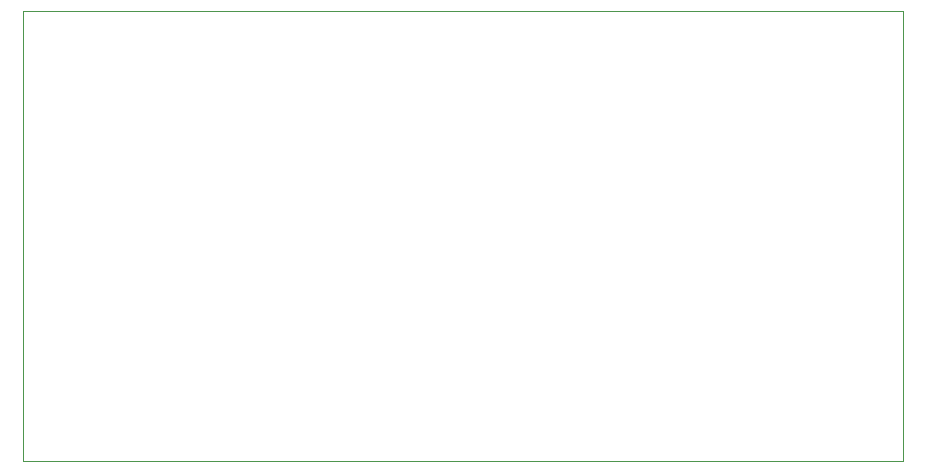
<source format=gbr>
%TF.GenerationSoftware,KiCad,Pcbnew,(6.0.4)*%
%TF.CreationDate,2022-06-02T17:00:47-07:00*%
%TF.ProjectId,SolarChargerV7,536f6c61-7243-4686-9172-67657256372e,rev?*%
%TF.SameCoordinates,Original*%
%TF.FileFunction,Profile,NP*%
%FSLAX46Y46*%
G04 Gerber Fmt 4.6, Leading zero omitted, Abs format (unit mm)*
G04 Created by KiCad (PCBNEW (6.0.4)) date 2022-06-02 17:00:47*
%MOMM*%
%LPD*%
G01*
G04 APERTURE LIST*
%TA.AperFunction,Profile*%
%ADD10C,0.100000*%
%TD*%
G04 APERTURE END LIST*
D10*
X168000000Y-86080000D02*
X93500000Y-86080000D01*
X93500000Y-86080000D02*
X93500000Y-48000000D01*
X93500000Y-48000000D02*
X168000000Y-48000000D01*
X168000000Y-48000000D02*
X168000000Y-86080000D01*
M02*

</source>
